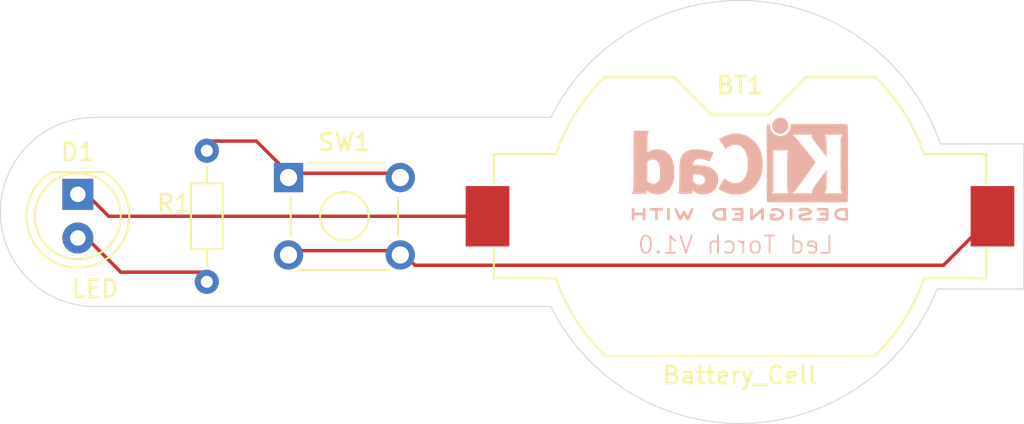
<source format=kicad_pcb>
(kicad_pcb (version 20241229) (generator "pcbnew") (generator_version "9.0")
  (layers (0 "F.Cu" signal) (2 "B.Cu" signal) (13 "F.Paste" user) (15 "B.Paste" user) (5 "F.SilkS" user "F.Silkscreen") (7 "B.SilkS" user "B.Silkscreen") (1 "F.Mask" user) (3 "B.Mask" user) (25 "Edge.Cuts" user))
  (net 0 "")
  (net 1 "/Battery+")
  (net 2 "/LED_cathode")
  (net 3 "/LED_Anode")
  (net 4 "Net-(SW1A-A)")
  (footprint "Resistor_THT:R_Axial_DIN0204_L3.6mm_D1.6mm_P7.62mm_Horizontal" (layer "F.Cu") (at 109.5 132.56 90)
    (property "Reference" "R1" (at 4.56 -1.92 180) (layer "F.SilkS"))
    (property "Value" "R")
    (pad "1" thru_hole circle (at 0 0 90) (size 1.4 1.4) (drill 0.7) (layers "*.Cu" "*.Mask") (net 3 "/LED_Anode"))
    (pad "2" thru_hole oval (at 7.62 0 90) (size 1.4 1.4) (drill 0.7) (layers "*.Cu" "*.Mask") (net 4 "Net-(SW1A-A)"))
  )
  (footprint "Battery:BatteryHolder_Keystone_1058_1x2032" (layer "F.Cu") (at 140.5 128.75 180)
    (property "Reference" "BT1" (at 0 7.62 0) (layer "F.SilkS"))
    (property "Value" "Battery_Cell" (at 0 -9.25 0) (layer "F.SilkS"))
    (pad "1" smd rect (at -14.68 0 180) (size 2.54 3.51) (layers "F.Cu" "F.Mask" "F.Paste") (net 1 "/Battery+"))
    (pad "2" smd rect (at 14.68 0 180) (size 2.54 3.51) (layers "F.Cu" "F.Mask" "F.Paste") (net 2 "/LED_cathode"))
  )
  (footprint "LED_THT:LED_D5.0mm" (layer "F.Cu") (at 102 127.475 -90)
    (property "Reference" "D1" (at -2.46 0 180) (layer "F.SilkS"))
    (property "Value" "LED" (at 5.5 -1 0) (layer "F.SilkS"))
    (pad "1" thru_hole rect (at 0 0 270) (size 1.8 1.8) (drill 0.9) (layers "*.Cu" "*.Mask") (net 2 "/LED_cathode"))
    (pad "2" thru_hole circle (at 2.54 0 270) (size 1.8 1.8) (drill 0.9) (layers "*.Cu" "*.Mask") (net 3 "/LED_Anode"))
  )
  (footprint "Button_Switch_THT:SW_TH_Tactile_Omron_B3F-10xx" (layer "F.Cu") (at 114.25 126.5)
    (property "Reference" "SW1" (at 3.25 -2.05 0) (layer "F.SilkS"))
    (property "Value" "SW_DPST_x2")
    (pad "1" thru_hole rect (at 0 0) (size 1.7 1.7) (drill 1) (layers "*.Cu" "*.Mask") (net 4 "Net-(SW1A-A)"))
    (pad "1" thru_hole circle (at 6.5 0) (size 1.7 1.7) (drill 1) (layers "*.Cu" "*.Mask") (net 4 "Net-(SW1A-A)"))
    (pad "2" thru_hole circle (at 0 4.5) (size 1.7 1.7) (drill 1) (layers "*.Cu" "*.Mask") (net 1 "/Battery+"))
    (pad "2" thru_hole circle (at 6.5 4.5) (size 1.7 1.7) (drill 1) (layers "*.Cu" "*.Mask") (net 1 "/Battery+"))
  )
  (footprint "Symbol:KiCad-Logo2_5mm_SilkScreen" (layer "B.Cu") (at 140.5 126 180)
    (property "Reference" "REF**" (hide yes))
    (property "Value" "KiCad-Logo2_5mm_SilkScreen" (hide yes))
  )
  (gr_line (start 103 134) (end 129.5 134) (stroke (width 0.05)) (layer "Edge.Cuts"))
  (gr_line (start 103 123) (end 129.5 123) (stroke (width 0.05)) (layer "Edge.Cuts"))
  (gr_line (start 157 124.541369) (end 157 132.981519) (stroke (width 0.05)) (layer "Edge.Cuts"))
  (gr_line (start 151.952772 132.981516) (end 157 132.981519) (stroke (width 0.05)) (layer "Edge.Cuts"))
  (gr_arc (start 103 134) (mid 97.5 128.5) (end 103 123) (stroke (width 0.05)) (layer "Edge.Cuts"))
  (gr_line (start 152.14385 124.541373) (end 157 124.541369) (stroke (width 0.05)) (layer "Edge.Cuts"))
  (gr_arc (start 151.952772 132.981519) (mid 141.057294 140.785741) (end 129.5 134) (stroke (width 0.05)) (layer "Edge.Cuts"))
  (gr_arc (start 129.5 123) (mid 141.335219 116.23002) (end 152.14385 124.541369) (stroke (width 0.05)) (layer "Edge.Cuts"))
  (gr_text "Led Torch V1.0" (at 146 131 0) (layer "B.SilkS") (effects (font (size 1 1) (thickness 0.1)) (justify left bottom mirror)))
  (segment (start 121.6 131.6) (end 152.33 131.6) (width 0.2) (layer "F.Cu") (net 1))
  (segment (start 120.75 130.75) (end 121.6 131.6) (width 0.2) (layer "F.Cu") (net 1))
  (segment (start 152.33 131.6) (end 155.18 128.75) (width 0.2) (layer "F.Cu") (net 1))
  (segment (start 114.25 130.75) (end 120.75 130.75) (width 0.2) (layer "F.Cu") (net 1))
  (segment (start 102 126.96) (end 103.79 128.75) (width 0.2) (layer "F.Cu") (net 2))
  (segment (start 103.79 128.75) (end 125.82 128.75) (width 0.2) (layer "F.Cu") (net 2))
  (segment (start 102 129.5) (end 104.5 132) (width 0.2) (layer "F.Cu") (net 3))
  (segment (start 104.5 132) (end 109.5 132) (width 0.2) (layer "F.Cu") (net 3))
  (segment (start 112.38 124.38) (end 114.25 126.25) (width 0.2) (layer "F.Cu") (net 4))
  (segment (start 109.5 124.38) (end 112.38 124.38) (width 0.2) (layer "F.Cu") (net 4))
  (segment (start 114.25 126.25) (end 120.75 126.25) (width 0.2) (layer "F.Cu") (net 4))
)
</source>
